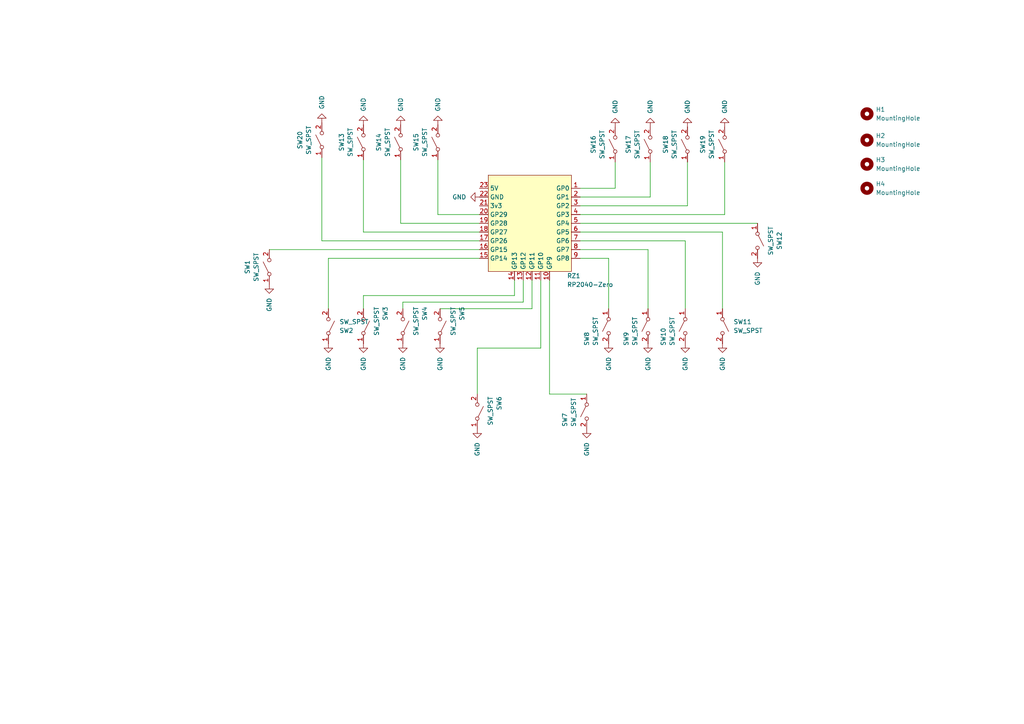
<source format=kicad_sch>
(kicad_sch (version 20250114) (generator "eeschema") (generator_version "9.0")
  (paper "A4")
  (lib_symbols
    (symbol "Mechanical:MountingHole" (pin_names (offset 1.016)) (in_bom no)
      (property "Reference" "H" (at 0 5.08 0))
      (property "Value" "MountingHole" (at 0 3.175 0))
      (symbol "MountingHole_0_1"
        (circle (center 0 0) (radius 1.27) (stroke (width 1.27)))
      )
    )
    (symbol "Switch:SW_SPST" (pin_names (offset 0) (hide yes))
      (property "Reference" "SW" (at 0 3.175 0))
      (property "Value" "SW_SPST" (at 0 -2.54 0))
      (symbol "SW_SPST_0_0"
        (circle (center -2.032 0) (radius 0.508))
        (polyline (pts (xy -1.524 0.254) (xy 1.524 1.778)))
        (circle (center 2.032 0) (radius 0.508))
      )
      (symbol "SW_SPST_1_1"
        (pin passive line (at -5.08 0 0) (length 2.54) (name "A") (number "1"))
        (pin passive line (at 5.08 0 180) (length 2.54) (name "B") (number "2"))
      )
    )
    (symbol "power:GND" (power) (pin_names (offset 0))
      (property "Value" "GND" (at 0 -3.81 0))
      (symbol "GND_0_1"
        (polyline (pts (xy 0 0) (xy 0 -1.27) (xy 1.27 -1.27) (xy 0 -2.54) (xy -1.27 -1.27) (xy 0 -1.27)))
      )
      (symbol "GND_1_1"
        (pin power_in line (at 0 0 270) (length 0) (hide yes) (name "GND") (number "1"))
      )
    )
    (symbol "rp2040 zero:RP2040-Zero"
      (property "Reference" "RZ1" (at 10.16 -16.51 0))
      (property "Value" "RP2040-Zero" (at 10.16 -19.05 0))
      (symbol "RP2040-Zero_0_1"
        (rectangle (start -12.7 12.7) (end 11.43 -15.24) (fill (type background)))
      )
      (symbol "RP2040-Zero_1_1"
        (pin bidirectional line (at -15.24 8.89 0) (length 2.54) (name "5V") (number "23"))
        (pin input line (at -15.24 6.35 0) (length 2.54) (name "GND") (number "22"))
        (pin bidirectional line (at -15.24 3.81 0) (length 2.54) (name "3v3") (number "21"))
        (pin bidirectional line (at -15.24 1.27 0) (length 2.54) (name "GP29") (number "20"))
        (pin bidirectional line (at -15.24 -1.27 0) (length 2.54) (name "GP28") (number "19"))
        (pin bidirectional line (at -15.24 -3.81 0) (length 2.54) (name "GP27") (number "18"))
        (pin bidirectional line (at -15.24 -6.35 0) (length 2.54) (name "GP26") (number "17"))
        (pin bidirectional line (at -15.24 -8.89 0) (length 2.54) (name "GP15") (number "16"))
        (pin bidirectional line (at -15.24 -11.43 0) (length 2.54) (name "GP14") (number "15"))
        (pin bidirectional line (at -5.08 -17.78 90) (length 2.54) (name "GP13") (number "14"))
        (pin bidirectional line (at -2.54 -17.78 90) (length 2.54) (name "GP12") (number "13"))
        (pin bidirectional line (at 0 -17.78 90) (length 2.54) (name "GP11") (number "12"))
        (pin bidirectional line (at 2.54 -17.78 90) (length 2.54) (name "GP10") (number "11"))
        (pin bidirectional line (at 5.08 -17.78 90) (length 2.54) (name "GP9") (number "10"))
        (pin bidirectional line (at 13.97 8.89 180) (length 2.54) (name "GP0") (number "1"))
        (pin bidirectional line (at 13.97 6.35 180) (length 2.54) (name "GP1") (number "2"))
        (pin bidirectional line (at 13.97 3.81 180) (length 2.54) (name "GP2") (number "3"))
        (pin bidirectional line (at 13.97 1.27 180) (length 2.54) (name "GP3") (number "4"))
        (pin bidirectional line (at 13.97 -1.27 180) (length 2.54) (name "GP4") (number "5"))
        (pin bidirectional line (at 13.97 -3.81 180) (length 2.54) (name "GP5") (number "6"))
        (pin bidirectional line (at 13.97 -6.35 180) (length 2.54) (name "GP6") (number "7"))
        (pin bidirectional line (at 13.97 -8.89 180) (length 2.54) (name "GP7") (number "8"))
        (pin bidirectional line (at 13.97 -11.43 180) (length 2.54) (name "GP8") (number "9"))
      )
    )
  )
  (wire (pts (xy 168.275 74.93) (xy 176.53 74.93)))
  (wire (pts (xy 168.275 62.23) (xy 210.185 62.23)))
  (wire (pts (xy 178.435 54.61) (xy 178.435 46.99)))
  (wire (pts (xy 116.84 87.63) (xy 151.765 87.63)))
  (wire (pts (xy 168.275 57.15) (xy 188.595 57.15)))
  (wire (pts (xy 159.385 114.3) (xy 170.18 114.3)))
  (wire (pts (xy 138.43 100.965) (xy 156.845 100.965)))
  (wire (pts (xy 159.385 81.28) (xy 159.385 114.3)))
  (wire (pts (xy 168.275 59.69) (xy 199.39 59.69)))
  (wire (pts (xy 95.25 74.93) (xy 139.065 74.93)))
  (wire (pts (xy 116.84 87.63) (xy 116.84 89.535)))
  (wire (pts (xy 149.225 85.725) (xy 149.225 81.28)))
  (wire (pts (xy 105.41 85.725) (xy 105.41 89.535)))
  (wire (pts (xy 105.41 67.31) (xy 139.065 67.31)))
  (wire (pts (xy 209.55 67.31) (xy 168.275 67.31)))
  (wire (pts (xy 105.41 46.355) (xy 105.41 67.31)))
  (wire (pts (xy 168.275 54.61) (xy 178.435 54.61)))
  (wire (pts (xy 139.065 64.77) (xy 116.205 64.77)))
  (wire (pts (xy 105.41 85.725) (xy 149.225 85.725)))
  (wire (pts (xy 139.065 69.85) (xy 93.345 69.85)))
  (wire (pts (xy 93.345 45.72) (xy 93.345 69.85)))
  (wire (pts (xy 176.53 74.93) (xy 176.53 89.535)))
  (wire (pts (xy 168.275 72.39) (xy 187.96 72.39)))
  (wire (pts (xy 151.765 87.63) (xy 151.765 81.28)))
  (wire (pts (xy 209.55 67.31) (xy 209.55 89.535)))
  (wire (pts (xy 210.185 62.23) (xy 210.185 46.99)))
  (wire (pts (xy 78.105 72.39) (xy 139.065 72.39)))
  (wire (pts (xy 127.635 89.535) (xy 154.305 89.535)))
  (wire (pts (xy 154.305 81.28) (xy 154.305 89.535)))
  (wire (pts (xy 156.845 81.28) (xy 156.845 100.965)))
  (wire (pts (xy 116.205 64.77) (xy 116.205 46.355)))
  (wire (pts (xy 199.39 59.69) (xy 199.39 46.99)))
  (wire (pts (xy 127 62.23) (xy 139.065 62.23)))
  (wire (pts (xy 168.275 69.85) (xy 198.755 69.85)))
  (wire (pts (xy 188.595 57.15) (xy 188.595 46.99)))
  (wire (pts (xy 187.96 72.39) (xy 187.96 89.535)))
  (wire (pts (xy 138.43 100.965) (xy 138.43 114.3)))
  (wire (pts (xy 95.25 89.535) (xy 95.25 74.93)))
  (wire (pts (xy 127 46.355) (xy 127 62.23)))
  (wire (pts (xy 168.275 64.77) (xy 219.71 64.77)))
  (wire (pts (xy 198.755 69.85) (xy 198.755 89.535)))
  (symbol (lib_id "Switch:SW_SPST") (at 209.55 94.615 270) (unit 1)
    (property "Reference" "SW11" (at 212.725 93.345 90) (effects (justify left)))
    (property "Value" "SW_SPST" (at 212.725 95.885 90) (effects (justify left)))
    (property "Footprint" "PCM_Switch_Keyboard_Hotswap_Kailh:SW_Hotswap_Kailh_Choc_V1_1.25u_MX_Spacing" (effects (hide yes)))
  )
  (symbol (lib_id "Switch:SW_SPST") (at 138.43 119.38 270) (mirror x) (unit 1)
    (property "Reference" "SW6" (at 144.78 114.935 0) (effects (justify right)))
    (property "Value" "SW_SPST" (at 142.24 114.935 0) (effects (justify right)))
    (property "Footprint" "PCM_Switch_Keyboard_Hotswap_Kailh:SW_Hotswap_Kailh_Choc_V1_1.50u_MX_Spacing" (effects (hide yes)))
  )
  (symbol (lib_id "power:GND") (at 199.39 36.83 180) (unit 1)
    (property "Reference" "#PWR07" (effects (hide yes)))
    (property "Value" "GND" (at 199.3899 33.02 90) (effects (justify right)))
  )
  (symbol (lib_id "Mechanical:MountingHole") (at 251.46 47.625 0) (unit 1) (in_bom no)
    (property "Reference" "H3" (at 254 46.3549 0) (effects (justify left)))
    (property "Value" "MountingHole" (at 254 48.8949 0) (effects (justify left)))
    (property "Footprint" "MountingHole:MountingHole_2.2mm_M2" (effects (hide yes)))
    (property "Description" "Mounting Hole without connection" (effects (hide yes)))
  )
  (symbol (lib_id "power:GND") (at 116.84 99.695 0) (unit 1)
    (property "Reference" "#PWR013" (effects (hide yes)))
    (property "Value" "GND" (at 116.8401 103.505 90) (effects (justify right)))
  )
  (symbol (lib_id "power:GND") (at 209.55 99.695 0) (unit 1)
    (property "Reference" "#PWR010" (effects (hide yes)))
    (property "Value" "GND" (at 209.5501 103.505 90) (effects (justify right)))
  )
  (symbol (lib_id "Mechanical:MountingHole") (at 251.46 40.64 0) (unit 1) (in_bom no)
    (property "Reference" "H2" (at 254 39.3699 0) (effects (justify left)))
    (property "Value" "MountingHole" (at 254 41.9099 0) (effects (justify left)))
    (property "Footprint" "MountingHole:MountingHole_2.2mm_M2" (effects (hide yes)))
    (property "Description" "Mounting Hole without connection" (effects (hide yes)))
  )
  (symbol (lib_id "power:GND") (at 78.105 82.55 0) (unit 1)
    (property "Reference" "#PWR01" (effects (hide yes)))
    (property "Value" "GND" (at 78.1051 86.36 90) (effects (justify right)))
  )
  (symbol (lib_id "power:GND") (at 176.53 99.695 0) (unit 1)
    (property "Reference" "#PWR015" (effects (hide yes)))
    (property "Value" "GND" (at 176.5301 103.505 90) (effects (justify right)))
  )
  (symbol (lib_id "Switch:SW_SPST") (at 116.205 41.275 90) (unit 1)
    (property "Reference" "SW14" (at 109.855 41.275 0))
    (property "Value" "SW_SPST" (at 112.395 41.275 0))
    (property "Footprint" "Button_Switch_THT:SW_PUSH_6mm" (effects (hide yes)))
  )
  (symbol (lib_id "Switch:SW_SPST") (at 219.71 69.85 270) (unit 1)
    (property "Reference" "SW12" (at 226.06 69.85 0))
    (property "Value" "SW_SPST" (at 223.52 69.85 0))
    (property "Footprint" "PCM_Switch_Keyboard_Hotswap_Kailh:SW_Hotswap_Kailh_Choc_V1_1.25u_MX_Spacing" (effects (hide yes)))
  )
  (symbol (lib_id "Switch:SW_SPST") (at 210.185 41.91 90) (unit 1)
    (property "Reference" "SW19" (at 203.835 41.91 0))
    (property "Value" "SW_SPST" (at 206.375 41.91 0))
    (property "Footprint" "Button_Switch_THT:SW_PUSH_6mm" (effects (hide yes)))
  )
  (symbol (lib_id "power:GND") (at 170.18 124.46 0) (unit 1)
    (property "Reference" "#PWR018" (effects (hide yes)))
    (property "Value" "GND" (at 170.1801 128.27 90) (effects (justify right)))
  )
  (symbol (lib_id "power:GND") (at 219.71 74.93 0) (unit 1)
    (property "Reference" "#PWR08" (effects (hide yes)))
    (property "Value" "GND" (at 219.7101 78.74 90) (effects (justify right)))
  )
  (symbol (lib_id "Switch:SW_SPST") (at 188.595 41.91 90) (unit 1)
    (property "Reference" "SW17" (at 182.245 41.91 0))
    (property "Value" "SW_SPST" (at 184.785 41.91 0))
    (property "Footprint" "Button_Switch_THT:SW_PUSH_6mm" (effects (hide yes)))
  )
  (symbol (lib_id "Switch:SW_SPST") (at 187.96 94.615 90) (mirror x) (unit 1)
    (property "Reference" "SW9" (at 181.61 100.33 0) (effects (justify right)))
    (property "Value" "SW_SPST" (at 184.15 100.33 0) (effects (justify right)))
    (property "Footprint" "PCM_Switch_Keyboard_Hotswap_Kailh:SW_Hotswap_Kailh_Choc_V1_1.00u_MX_Spacing" (effects (hide yes)))
  )
  (symbol (lib_id "power:GND") (at 138.43 124.46 0) (unit 1)
    (property "Reference" "#PWR019" (effects (hide yes)))
    (property "Value" "GND" (at 138.4301 128.27 90) (effects (justify right)))
  )
  (symbol (lib_id "Switch:SW_SPST") (at 93.345 40.64 90) (unit 1)
    (property "Reference" "SW20" (at 86.995 40.64 0))
    (property "Value" "SW_SPST" (at 89.535 40.64 0))
    (property "Footprint" "Button_Switch_THT:SW_PUSH_6mm" (effects (hide yes)))
  )
  (symbol (lib_id "Switch:SW_SPST") (at 116.84 94.615 270) (mirror x) (unit 1)
    (property "Reference" "SW4" (at 123.19 88.9 0) (effects (justify right)))
    (property "Value" "SW_SPST" (at 120.65 88.9 0) (effects (justify right)))
    (property "Footprint" "PCM_Switch_Keyboard_Hotswap_Kailh:SW_Hotswap_Kailh_Choc_V1_1.00u_MX_Spacing" (effects (hide yes)))
  )
  (symbol (lib_id "rp2040 zero:RP2040-Zero") (at 154.305 63.5 0) (unit 1)
    (property "Reference" "RZ1" (at 164.465 80.01 0) (effects (justify left)))
    (property "Value" "RP2040-Zero" (at 164.465 82.55 0) (effects (justify left)))
    (property "Footprint" "Maxcon:RP2040-Zero (1)" (effects (hide yes)))
  )
  (symbol (lib_id "Switch:SW_SPST") (at 170.18 119.38 90) (mirror x) (unit 1)
    (property "Reference" "SW7" (at 163.83 123.825 0) (effects (justify right)))
    (property "Value" "SW_SPST" (at 166.37 123.825 0) (effects (justify right)))
    (property "Footprint" "PCM_Switch_Keyboard_Hotswap_Kailh:SW_Hotswap_Kailh_Choc_V1_1.50u_MX_Spacing" (effects (hide yes)))
  )
  (symbol (lib_id "Switch:SW_SPST") (at 127 41.275 90) (unit 1)
    (property "Reference" "SW15" (at 120.65 41.275 0))
    (property "Value" "SW_SPST" (at 123.19 41.275 0))
    (property "Footprint" "Button_Switch_THT:SW_PUSH_6mm" (effects (hide yes)))
  )
  (symbol (lib_id "power:GND") (at 139.065 57.15 270) (mirror x) (unit 1)
    (property "Reference" "#PWR011" (effects (hide yes)))
    (property "Value" "GND" (at 135.255 57.1499 90) (effects (justify right)))
  )
  (symbol (lib_id "Switch:SW_SPST") (at 105.41 94.615 270) (mirror x) (unit 1)
    (property "Reference" "SW3" (at 111.76 88.9 0) (effects (justify right)))
    (property "Value" "SW_SPST" (at 109.22 88.9 0) (effects (justify right)))
    (property "Footprint" "PCM_Switch_Keyboard_Hotswap_Kailh:SW_Hotswap_Kailh_Choc_V1_1.00u_MX_Spacing" (effects (hide yes)))
  )
  (symbol (lib_id "power:GND") (at 178.435 36.83 180) (unit 1)
    (property "Reference" "#PWR05" (effects (hide yes)))
    (property "Value" "GND" (at 178.4349 33.02 90) (effects (justify right)))
  )
  (symbol (lib_id "Switch:SW_SPST") (at 105.41 41.275 90) (unit 1)
    (property "Reference" "SW13" (at 99.06 41.275 0))
    (property "Value" "SW_SPST" (at 101.6 41.275 0))
    (property "Footprint" "Button_Switch_THT:SW_PUSH_6mm" (effects (hide yes)))
  )
  (symbol (lib_id "Switch:SW_SPST") (at 78.105 77.47 90) (unit 1)
    (property "Reference" "SW1" (at 71.755 77.47 0))
    (property "Value" "SW_SPST" (at 74.295 77.47 0))
    (property "Footprint" "PCM_Switch_Keyboard_Hotswap_Kailh:SW_Hotswap_Kailh_Choc_V1_1.25u_MX_Spacing" (effects (hide yes)))
  )
  (symbol (lib_id "power:GND") (at 127 36.195 180) (unit 1)
    (property "Reference" "#PWR04" (effects (hide yes)))
    (property "Value" "GND" (at 126.9999 32.385 90) (effects (justify right)))
  )
  (symbol (lib_id "Mechanical:MountingHole") (at 251.46 33.02 0) (unit 1) (in_bom no)
    (property "Reference" "H1" (at 254 31.7499 0) (effects (justify left)))
    (property "Value" "MountingHole" (at 254 34.2899 0) (effects (justify left)))
    (property "Footprint" "MountingHole:MountingHole_2.2mm_M2" (effects (hide yes)))
    (property "Description" "Mounting Hole without connection" (effects (hide yes)))
  )
  (symbol (lib_id "Switch:SW_SPST") (at 95.25 94.615 270) (mirror x) (unit 1)
    (property "Reference" "SW2" (at 98.425 95.885 90) (effects (justify left)))
    (property "Value" "SW_SPST" (at 98.425 93.345 90) (effects (justify left)))
    (property "Footprint" "PCM_Switch_Keyboard_Hotswap_Kailh:SW_Hotswap_Kailh_Choc_V1_1.25u_MX_Spacing" (effects (hide yes)))
  )
  (symbol (lib_id "power:GND") (at 93.345 35.56 180) (unit 1)
    (property "Reference" "#PWR021" (effects (hide yes)))
    (property "Value" "GND" (at 93.3449 31.75 90) (effects (justify right)))
  )
  (symbol (lib_id "Mechanical:MountingHole") (at 251.46 54.61 0) (unit 1) (in_bom no)
    (property "Reference" "H4" (at 254 53.3399 0) (effects (justify left)))
    (property "Value" "MountingHole" (at 254 55.8799 0) (effects (justify left)))
    (property "Footprint" "MountingHole:MountingHole_2.2mm_M2" (effects (hide yes)))
    (property "Description" "Mounting Hole without connection" (effects (hide yes)))
  )
  (symbol (lib_id "power:GND") (at 95.25 99.695 0) (unit 1)
    (property "Reference" "#PWR09" (effects (hide yes)))
    (property "Value" "GND" (at 95.2501 103.505 90) (effects (justify right)))
  )
  (symbol (lib_id "power:GND") (at 198.755 99.695 0) (unit 1)
    (property "Reference" "#PWR017" (effects (hide yes)))
    (property "Value" "GND" (at 198.7551 103.505 90) (effects (justify right)))
  )
  (symbol (lib_id "Switch:SW_SPST") (at 176.53 94.615 90) (mirror x) (unit 1)
    (property "Reference" "SW8" (at 170.18 100.33 0) (effects (justify right)))
    (property "Value" "SW_SPST" (at 172.72 100.33 0) (effects (justify right)))
    (property "Footprint" "PCM_Switch_Keyboard_Hotswap_Kailh:SW_Hotswap_Kailh_Choc_V1_1.00u_MX_Spacing" (effects (hide yes)))
  )
  (symbol (lib_id "Switch:SW_SPST") (at 199.39 41.91 90) (unit 1)
    (property "Reference" "SW18" (at 193.04 41.91 0))
    (property "Value" "SW_SPST" (at 195.58 41.91 0))
    (property "Footprint" "Button_Switch_THT:SW_PUSH_6mm" (effects (hide yes)))
  )
  (symbol (lib_id "power:GND") (at 105.41 99.695 0) (unit 1)
    (property "Reference" "#PWR012" (effects (hide yes)))
    (property "Value" "GND" (at 105.4101 103.505 90) (effects (justify right)))
  )
  (symbol (lib_id "Switch:SW_SPST") (at 127.635 94.615 270) (mirror x) (unit 1)
    (property "Reference" "SW5" (at 133.985 88.9 0) (effects (justify right)))
    (property "Value" "SW_SPST" (at 131.445 88.9 0) (effects (justify right)))
    (property "Footprint" "PCM_Switch_Keyboard_Hotswap_Kailh:SW_Hotswap_Kailh_Choc_V1_1.00u_MX_Spacing" (effects (hide yes)))
  )
  (symbol (lib_id "Switch:SW_SPST") (at 198.755 94.615 90) (mirror x) (unit 1)
    (property "Reference" "SW10" (at 192.405 100.33 0) (effects (justify right)))
    (property "Value" "SW_SPST" (at 194.945 100.33 0) (effects (justify right)))
    (property "Footprint" "PCM_Switch_Keyboard_Hotswap_Kailh:SW_Hotswap_Kailh_Choc_V1_1.00u_MX_Spacing" (effects (hide yes)))
  )
  (symbol (lib_id "power:GND") (at 187.96 99.695 0) (unit 1)
    (property "Reference" "#PWR016" (effects (hide yes)))
    (property "Value" "GND" (at 187.9601 103.505 90) (effects (justify right)))
  )
  (symbol (lib_id "power:GND") (at 127.635 99.695 0) (unit 1)
    (property "Reference" "#PWR014" (effects (hide yes)))
    (property "Value" "GND" (at 127.6351 103.505 90) (effects (justify right)))
  )
  (symbol (lib_id "power:GND") (at 116.205 36.195 180) (unit 1)
    (property "Reference" "#PWR03" (effects (hide yes)))
    (property "Value" "GND" (at 116.2049 32.385 90) (effects (justify right)))
  )
  (symbol (lib_id "power:GND") (at 210.185 36.83 180) (unit 1)
    (property "Reference" "#PWR020" (effects (hide yes)))
    (property "Value" "GND" (at 210.1849 33.02 90) (effects (justify right)))
  )
  (symbol (lib_id "power:GND") (at 188.595 36.83 180) (unit 1)
    (property "Reference" "#PWR06" (effects (hide yes)))
    (property "Value" "GND" (at 188.5949 33.02 90) (effects (justify right)))
  )
  (symbol (lib_id "power:GND") (at 105.41 36.195 180) (unit 1)
    (property "Reference" "#PWR02" (effects (hide yes)))
    (property "Value" "GND" (at 105.4099 32.385 90) (effects (justify right)))
  )
  (symbol (lib_id "Switch:SW_SPST") (at 178.435 41.91 90) (unit 1)
    (property "Reference" "SW16" (at 172.085 41.91 0))
    (property "Value" "SW_SPST" (at 174.625 41.91 0))
    (property "Footprint" "Button_Switch_THT:SW_PUSH_6mm" (effects (hide yes)))
  )
)
</source>
